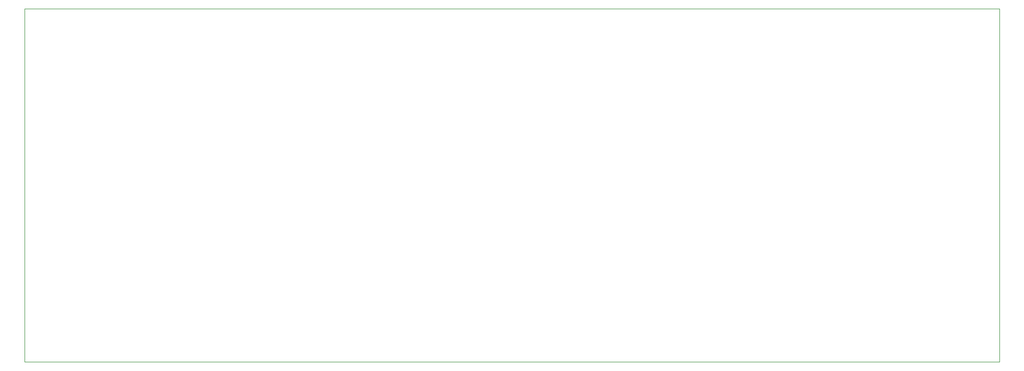
<source format=gbr>
G04 #@! TF.GenerationSoftware,KiCad,Pcbnew,(5.1.5)-1*
G04 #@! TF.CreationDate,2020-02-15T15:22:27-05:00*
G04 #@! TF.ProjectId,potencia,706f7465-6e63-4696-912e-6b696361645f,rev?*
G04 #@! TF.SameCoordinates,Original*
G04 #@! TF.FileFunction,Profile,NP*
%FSLAX46Y46*%
G04 Gerber Fmt 4.6, Leading zero omitted, Abs format (unit mm)*
G04 Created by KiCad (PCBNEW (5.1.5)-1) date 2020-02-15 15:22:27*
%MOMM*%
%LPD*%
G04 APERTURE LIST*
%ADD10C,0.050000*%
G04 APERTURE END LIST*
D10*
X55880000Y-121920000D02*
X55880000Y-63500000D01*
X217170000Y-121920000D02*
X55880000Y-121920000D01*
X217170000Y-63500000D02*
X217170000Y-121920000D01*
X55880000Y-63500000D02*
X217170000Y-63500000D01*
M02*

</source>
